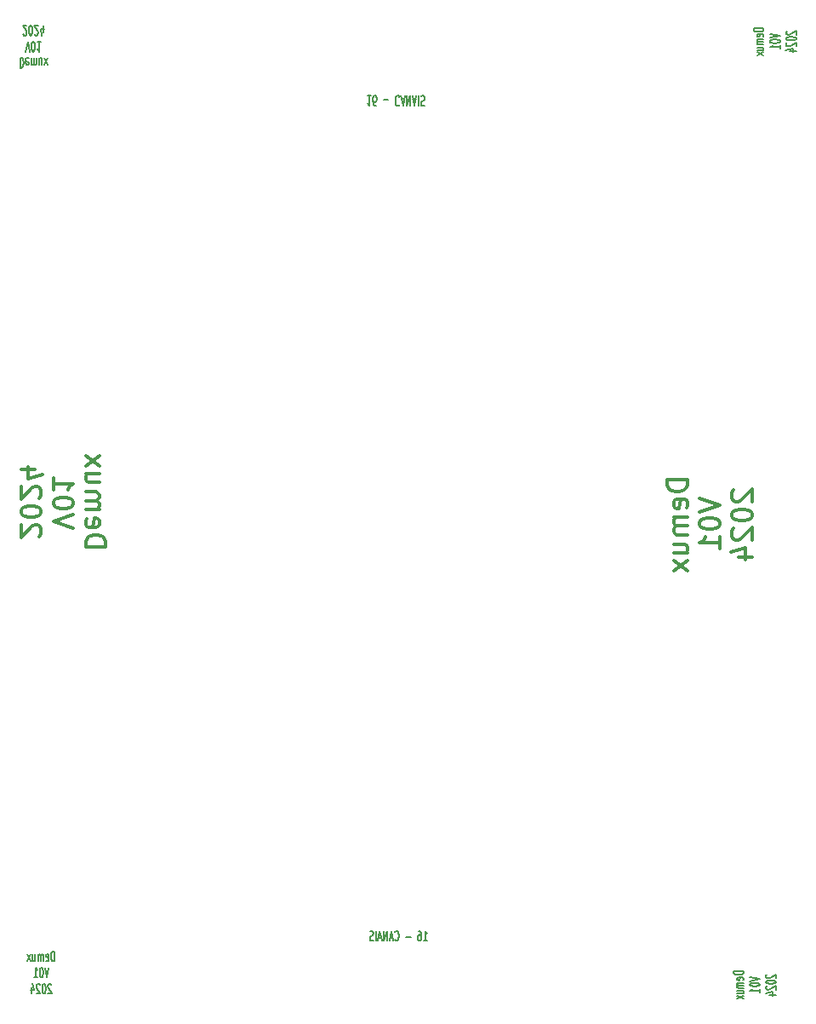
<source format=gbo>
G04 #@! TF.GenerationSoftware,KiCad,Pcbnew,7.0.10-7.0.10~ubuntu20.04.1*
G04 #@! TF.CreationDate,2024-07-24T18:34:01-03:00*
G04 #@! TF.ProjectId,Demux_V02,44656d75-785f-4563-9032-2e6b69636164,v04*
G04 #@! TF.SameCoordinates,Original*
G04 #@! TF.FileFunction,Legend,Bot*
G04 #@! TF.FilePolarity,Positive*
%FSLAX46Y46*%
G04 Gerber Fmt 4.6, Leading zero omitted, Abs format (unit mm)*
G04 Created by KiCad (PCBNEW 7.0.10-7.0.10~ubuntu20.04.1) date 2024-07-24 18:34:01*
%MOMM*%
%LPD*%
G01*
G04 APERTURE LIST*
%ADD10C,0.300000*%
%ADD11C,0.150000*%
%ADD12R,1.295400X1.295400*%
%ADD13C,1.295400*%
%ADD14R,1.700000X1.700000*%
%ADD15O,1.700000X1.700000*%
%ADD16O,2.500000X1.800000*%
%ADD17R,2.500000X1.800000*%
%ADD18R,1.727200X2.250000*%
%ADD19O,1.727200X2.250000*%
%ADD20O,1.727200X1.727200*%
G04 APERTURE END LIST*
D10*
X173799638Y-96071428D02*
X171799638Y-96071428D01*
X171799638Y-96071428D02*
X171799638Y-96547618D01*
X171799638Y-96547618D02*
X171894876Y-96833333D01*
X171894876Y-96833333D02*
X172085352Y-97023809D01*
X172085352Y-97023809D02*
X172275828Y-97119047D01*
X172275828Y-97119047D02*
X172656780Y-97214285D01*
X172656780Y-97214285D02*
X172942495Y-97214285D01*
X172942495Y-97214285D02*
X173323447Y-97119047D01*
X173323447Y-97119047D02*
X173513923Y-97023809D01*
X173513923Y-97023809D02*
X173704400Y-96833333D01*
X173704400Y-96833333D02*
X173799638Y-96547618D01*
X173799638Y-96547618D02*
X173799638Y-96071428D01*
X173704400Y-98833333D02*
X173799638Y-98642857D01*
X173799638Y-98642857D02*
X173799638Y-98261904D01*
X173799638Y-98261904D02*
X173704400Y-98071428D01*
X173704400Y-98071428D02*
X173513923Y-97976190D01*
X173513923Y-97976190D02*
X172752019Y-97976190D01*
X172752019Y-97976190D02*
X172561542Y-98071428D01*
X172561542Y-98071428D02*
X172466304Y-98261904D01*
X172466304Y-98261904D02*
X172466304Y-98642857D01*
X172466304Y-98642857D02*
X172561542Y-98833333D01*
X172561542Y-98833333D02*
X172752019Y-98928571D01*
X172752019Y-98928571D02*
X172942495Y-98928571D01*
X172942495Y-98928571D02*
X173132971Y-97976190D01*
X173799638Y-99785714D02*
X172466304Y-99785714D01*
X172656780Y-99785714D02*
X172561542Y-99880952D01*
X172561542Y-99880952D02*
X172466304Y-100071428D01*
X172466304Y-100071428D02*
X172466304Y-100357143D01*
X172466304Y-100357143D02*
X172561542Y-100547619D01*
X172561542Y-100547619D02*
X172752019Y-100642857D01*
X172752019Y-100642857D02*
X173799638Y-100642857D01*
X172752019Y-100642857D02*
X172561542Y-100738095D01*
X172561542Y-100738095D02*
X172466304Y-100928571D01*
X172466304Y-100928571D02*
X172466304Y-101214285D01*
X172466304Y-101214285D02*
X172561542Y-101404762D01*
X172561542Y-101404762D02*
X172752019Y-101500000D01*
X172752019Y-101500000D02*
X173799638Y-101500000D01*
X172466304Y-103309524D02*
X173799638Y-103309524D01*
X172466304Y-102452381D02*
X173513923Y-102452381D01*
X173513923Y-102452381D02*
X173704400Y-102547619D01*
X173704400Y-102547619D02*
X173799638Y-102738095D01*
X173799638Y-102738095D02*
X173799638Y-103023810D01*
X173799638Y-103023810D02*
X173704400Y-103214286D01*
X173704400Y-103214286D02*
X173609161Y-103309524D01*
X173799638Y-104071429D02*
X172466304Y-105119048D01*
X172466304Y-104071429D02*
X173799638Y-105119048D01*
X175019638Y-97928571D02*
X177019638Y-98595237D01*
X177019638Y-98595237D02*
X175019638Y-99261904D01*
X175019638Y-100309523D02*
X175019638Y-100500000D01*
X175019638Y-100500000D02*
X175114876Y-100690476D01*
X175114876Y-100690476D02*
X175210114Y-100785714D01*
X175210114Y-100785714D02*
X175400590Y-100880952D01*
X175400590Y-100880952D02*
X175781542Y-100976190D01*
X175781542Y-100976190D02*
X176257733Y-100976190D01*
X176257733Y-100976190D02*
X176638685Y-100880952D01*
X176638685Y-100880952D02*
X176829161Y-100785714D01*
X176829161Y-100785714D02*
X176924400Y-100690476D01*
X176924400Y-100690476D02*
X177019638Y-100500000D01*
X177019638Y-100500000D02*
X177019638Y-100309523D01*
X177019638Y-100309523D02*
X176924400Y-100119047D01*
X176924400Y-100119047D02*
X176829161Y-100023809D01*
X176829161Y-100023809D02*
X176638685Y-99928571D01*
X176638685Y-99928571D02*
X176257733Y-99833333D01*
X176257733Y-99833333D02*
X175781542Y-99833333D01*
X175781542Y-99833333D02*
X175400590Y-99928571D01*
X175400590Y-99928571D02*
X175210114Y-100023809D01*
X175210114Y-100023809D02*
X175114876Y-100119047D01*
X175114876Y-100119047D02*
X175019638Y-100309523D01*
X177019638Y-102880952D02*
X177019638Y-101738095D01*
X177019638Y-102309523D02*
X175019638Y-102309523D01*
X175019638Y-102309523D02*
X175305352Y-102119047D01*
X175305352Y-102119047D02*
X175495828Y-101928571D01*
X175495828Y-101928571D02*
X175591066Y-101738095D01*
X178430114Y-97071428D02*
X178334876Y-97166666D01*
X178334876Y-97166666D02*
X178239638Y-97357142D01*
X178239638Y-97357142D02*
X178239638Y-97833333D01*
X178239638Y-97833333D02*
X178334876Y-98023809D01*
X178334876Y-98023809D02*
X178430114Y-98119047D01*
X178430114Y-98119047D02*
X178620590Y-98214285D01*
X178620590Y-98214285D02*
X178811066Y-98214285D01*
X178811066Y-98214285D02*
X179096780Y-98119047D01*
X179096780Y-98119047D02*
X180239638Y-96976190D01*
X180239638Y-96976190D02*
X180239638Y-98214285D01*
X178239638Y-99452380D02*
X178239638Y-99642857D01*
X178239638Y-99642857D02*
X178334876Y-99833333D01*
X178334876Y-99833333D02*
X178430114Y-99928571D01*
X178430114Y-99928571D02*
X178620590Y-100023809D01*
X178620590Y-100023809D02*
X179001542Y-100119047D01*
X179001542Y-100119047D02*
X179477733Y-100119047D01*
X179477733Y-100119047D02*
X179858685Y-100023809D01*
X179858685Y-100023809D02*
X180049161Y-99928571D01*
X180049161Y-99928571D02*
X180144400Y-99833333D01*
X180144400Y-99833333D02*
X180239638Y-99642857D01*
X180239638Y-99642857D02*
X180239638Y-99452380D01*
X180239638Y-99452380D02*
X180144400Y-99261904D01*
X180144400Y-99261904D02*
X180049161Y-99166666D01*
X180049161Y-99166666D02*
X179858685Y-99071428D01*
X179858685Y-99071428D02*
X179477733Y-98976190D01*
X179477733Y-98976190D02*
X179001542Y-98976190D01*
X179001542Y-98976190D02*
X178620590Y-99071428D01*
X178620590Y-99071428D02*
X178430114Y-99166666D01*
X178430114Y-99166666D02*
X178334876Y-99261904D01*
X178334876Y-99261904D02*
X178239638Y-99452380D01*
X178430114Y-100880952D02*
X178334876Y-100976190D01*
X178334876Y-100976190D02*
X178239638Y-101166666D01*
X178239638Y-101166666D02*
X178239638Y-101642857D01*
X178239638Y-101642857D02*
X178334876Y-101833333D01*
X178334876Y-101833333D02*
X178430114Y-101928571D01*
X178430114Y-101928571D02*
X178620590Y-102023809D01*
X178620590Y-102023809D02*
X178811066Y-102023809D01*
X178811066Y-102023809D02*
X179096780Y-101928571D01*
X179096780Y-101928571D02*
X180239638Y-100785714D01*
X180239638Y-100785714D02*
X180239638Y-102023809D01*
X178906304Y-103738095D02*
X180239638Y-103738095D01*
X178144400Y-103261904D02*
X179572971Y-102785714D01*
X179572971Y-102785714D02*
X179572971Y-104023809D01*
D11*
X181399819Y-51171429D02*
X180399819Y-51171429D01*
X180399819Y-51171429D02*
X180399819Y-51314286D01*
X180399819Y-51314286D02*
X180447438Y-51400000D01*
X180447438Y-51400000D02*
X180542676Y-51457143D01*
X180542676Y-51457143D02*
X180637914Y-51485714D01*
X180637914Y-51485714D02*
X180828390Y-51514286D01*
X180828390Y-51514286D02*
X180971247Y-51514286D01*
X180971247Y-51514286D02*
X181161723Y-51485714D01*
X181161723Y-51485714D02*
X181256961Y-51457143D01*
X181256961Y-51457143D02*
X181352200Y-51400000D01*
X181352200Y-51400000D02*
X181399819Y-51314286D01*
X181399819Y-51314286D02*
X181399819Y-51171429D01*
X181352200Y-52000000D02*
X181399819Y-51942857D01*
X181399819Y-51942857D02*
X181399819Y-51828572D01*
X181399819Y-51828572D02*
X181352200Y-51771429D01*
X181352200Y-51771429D02*
X181256961Y-51742857D01*
X181256961Y-51742857D02*
X180876009Y-51742857D01*
X180876009Y-51742857D02*
X180780771Y-51771429D01*
X180780771Y-51771429D02*
X180733152Y-51828572D01*
X180733152Y-51828572D02*
X180733152Y-51942857D01*
X180733152Y-51942857D02*
X180780771Y-52000000D01*
X180780771Y-52000000D02*
X180876009Y-52028572D01*
X180876009Y-52028572D02*
X180971247Y-52028572D01*
X180971247Y-52028572D02*
X181066485Y-51742857D01*
X181399819Y-52285715D02*
X180733152Y-52285715D01*
X180828390Y-52285715D02*
X180780771Y-52314286D01*
X180780771Y-52314286D02*
X180733152Y-52371429D01*
X180733152Y-52371429D02*
X180733152Y-52457143D01*
X180733152Y-52457143D02*
X180780771Y-52514286D01*
X180780771Y-52514286D02*
X180876009Y-52542858D01*
X180876009Y-52542858D02*
X181399819Y-52542858D01*
X180876009Y-52542858D02*
X180780771Y-52571429D01*
X180780771Y-52571429D02*
X180733152Y-52628572D01*
X180733152Y-52628572D02*
X180733152Y-52714286D01*
X180733152Y-52714286D02*
X180780771Y-52771429D01*
X180780771Y-52771429D02*
X180876009Y-52800000D01*
X180876009Y-52800000D02*
X181399819Y-52800000D01*
X180733152Y-53342858D02*
X181399819Y-53342858D01*
X180733152Y-53085715D02*
X181256961Y-53085715D01*
X181256961Y-53085715D02*
X181352200Y-53114286D01*
X181352200Y-53114286D02*
X181399819Y-53171429D01*
X181399819Y-53171429D02*
X181399819Y-53257143D01*
X181399819Y-53257143D02*
X181352200Y-53314286D01*
X181352200Y-53314286D02*
X181304580Y-53342858D01*
X181399819Y-53571429D02*
X180733152Y-53885715D01*
X180733152Y-53571429D02*
X181399819Y-53885715D01*
X182009819Y-51728570D02*
X183009819Y-51928570D01*
X183009819Y-51928570D02*
X182009819Y-52128570D01*
X182009819Y-52442856D02*
X182009819Y-52499999D01*
X182009819Y-52499999D02*
X182057438Y-52557142D01*
X182057438Y-52557142D02*
X182105057Y-52585714D01*
X182105057Y-52585714D02*
X182200295Y-52614285D01*
X182200295Y-52614285D02*
X182390771Y-52642856D01*
X182390771Y-52642856D02*
X182628866Y-52642856D01*
X182628866Y-52642856D02*
X182819342Y-52614285D01*
X182819342Y-52614285D02*
X182914580Y-52585714D01*
X182914580Y-52585714D02*
X182962200Y-52557142D01*
X182962200Y-52557142D02*
X183009819Y-52499999D01*
X183009819Y-52499999D02*
X183009819Y-52442856D01*
X183009819Y-52442856D02*
X182962200Y-52385714D01*
X182962200Y-52385714D02*
X182914580Y-52357142D01*
X182914580Y-52357142D02*
X182819342Y-52328571D01*
X182819342Y-52328571D02*
X182628866Y-52299999D01*
X182628866Y-52299999D02*
X182390771Y-52299999D01*
X182390771Y-52299999D02*
X182200295Y-52328571D01*
X182200295Y-52328571D02*
X182105057Y-52357142D01*
X182105057Y-52357142D02*
X182057438Y-52385714D01*
X182057438Y-52385714D02*
X182009819Y-52442856D01*
X183009819Y-53214285D02*
X183009819Y-52871428D01*
X183009819Y-53042857D02*
X182009819Y-53042857D01*
X182009819Y-53042857D02*
X182152676Y-52985714D01*
X182152676Y-52985714D02*
X182247914Y-52928571D01*
X182247914Y-52928571D02*
X182295533Y-52871428D01*
X183715057Y-51471427D02*
X183667438Y-51499999D01*
X183667438Y-51499999D02*
X183619819Y-51557142D01*
X183619819Y-51557142D02*
X183619819Y-51699999D01*
X183619819Y-51699999D02*
X183667438Y-51757142D01*
X183667438Y-51757142D02*
X183715057Y-51785713D01*
X183715057Y-51785713D02*
X183810295Y-51814284D01*
X183810295Y-51814284D02*
X183905533Y-51814284D01*
X183905533Y-51814284D02*
X184048390Y-51785713D01*
X184048390Y-51785713D02*
X184619819Y-51442856D01*
X184619819Y-51442856D02*
X184619819Y-51814284D01*
X183619819Y-52185713D02*
X183619819Y-52242856D01*
X183619819Y-52242856D02*
X183667438Y-52299999D01*
X183667438Y-52299999D02*
X183715057Y-52328571D01*
X183715057Y-52328571D02*
X183810295Y-52357142D01*
X183810295Y-52357142D02*
X184000771Y-52385713D01*
X184000771Y-52385713D02*
X184238866Y-52385713D01*
X184238866Y-52385713D02*
X184429342Y-52357142D01*
X184429342Y-52357142D02*
X184524580Y-52328571D01*
X184524580Y-52328571D02*
X184572200Y-52299999D01*
X184572200Y-52299999D02*
X184619819Y-52242856D01*
X184619819Y-52242856D02*
X184619819Y-52185713D01*
X184619819Y-52185713D02*
X184572200Y-52128571D01*
X184572200Y-52128571D02*
X184524580Y-52099999D01*
X184524580Y-52099999D02*
X184429342Y-52071428D01*
X184429342Y-52071428D02*
X184238866Y-52042856D01*
X184238866Y-52042856D02*
X184000771Y-52042856D01*
X184000771Y-52042856D02*
X183810295Y-52071428D01*
X183810295Y-52071428D02*
X183715057Y-52099999D01*
X183715057Y-52099999D02*
X183667438Y-52128571D01*
X183667438Y-52128571D02*
X183619819Y-52185713D01*
X183715057Y-52614285D02*
X183667438Y-52642857D01*
X183667438Y-52642857D02*
X183619819Y-52700000D01*
X183619819Y-52700000D02*
X183619819Y-52842857D01*
X183619819Y-52842857D02*
X183667438Y-52900000D01*
X183667438Y-52900000D02*
X183715057Y-52928571D01*
X183715057Y-52928571D02*
X183810295Y-52957142D01*
X183810295Y-52957142D02*
X183905533Y-52957142D01*
X183905533Y-52957142D02*
X184048390Y-52928571D01*
X184048390Y-52928571D02*
X184619819Y-52585714D01*
X184619819Y-52585714D02*
X184619819Y-52957142D01*
X183953152Y-53471429D02*
X184619819Y-53471429D01*
X183572200Y-53328571D02*
X184286485Y-53185714D01*
X184286485Y-53185714D02*
X184286485Y-53557143D01*
X147555828Y-141869819D02*
X147898685Y-141869819D01*
X147727256Y-141869819D02*
X147727256Y-140869819D01*
X147727256Y-140869819D02*
X147784399Y-141012676D01*
X147784399Y-141012676D02*
X147841542Y-141107914D01*
X147841542Y-141107914D02*
X147898685Y-141155533D01*
X147041542Y-140869819D02*
X147155827Y-140869819D01*
X147155827Y-140869819D02*
X147212970Y-140917438D01*
X147212970Y-140917438D02*
X147241542Y-140965057D01*
X147241542Y-140965057D02*
X147298684Y-141107914D01*
X147298684Y-141107914D02*
X147327256Y-141298390D01*
X147327256Y-141298390D02*
X147327256Y-141679342D01*
X147327256Y-141679342D02*
X147298684Y-141774580D01*
X147298684Y-141774580D02*
X147270113Y-141822200D01*
X147270113Y-141822200D02*
X147212970Y-141869819D01*
X147212970Y-141869819D02*
X147098684Y-141869819D01*
X147098684Y-141869819D02*
X147041542Y-141822200D01*
X147041542Y-141822200D02*
X147012970Y-141774580D01*
X147012970Y-141774580D02*
X146984399Y-141679342D01*
X146984399Y-141679342D02*
X146984399Y-141441247D01*
X146984399Y-141441247D02*
X147012970Y-141346009D01*
X147012970Y-141346009D02*
X147041542Y-141298390D01*
X147041542Y-141298390D02*
X147098684Y-141250771D01*
X147098684Y-141250771D02*
X147212970Y-141250771D01*
X147212970Y-141250771D02*
X147270113Y-141298390D01*
X147270113Y-141298390D02*
X147298684Y-141346009D01*
X147298684Y-141346009D02*
X147327256Y-141441247D01*
X146270112Y-141488866D02*
X145812970Y-141488866D01*
X144727255Y-141774580D02*
X144755827Y-141822200D01*
X144755827Y-141822200D02*
X144841541Y-141869819D01*
X144841541Y-141869819D02*
X144898684Y-141869819D01*
X144898684Y-141869819D02*
X144984398Y-141822200D01*
X144984398Y-141822200D02*
X145041541Y-141726961D01*
X145041541Y-141726961D02*
X145070112Y-141631723D01*
X145070112Y-141631723D02*
X145098684Y-141441247D01*
X145098684Y-141441247D02*
X145098684Y-141298390D01*
X145098684Y-141298390D02*
X145070112Y-141107914D01*
X145070112Y-141107914D02*
X145041541Y-141012676D01*
X145041541Y-141012676D02*
X144984398Y-140917438D01*
X144984398Y-140917438D02*
X144898684Y-140869819D01*
X144898684Y-140869819D02*
X144841541Y-140869819D01*
X144841541Y-140869819D02*
X144755827Y-140917438D01*
X144755827Y-140917438D02*
X144727255Y-140965057D01*
X144498684Y-141584104D02*
X144212970Y-141584104D01*
X144555827Y-141869819D02*
X144355827Y-140869819D01*
X144355827Y-140869819D02*
X144155827Y-141869819D01*
X143955826Y-141869819D02*
X143955826Y-140869819D01*
X143955826Y-140869819D02*
X143612969Y-141869819D01*
X143612969Y-141869819D02*
X143612969Y-140869819D01*
X143355827Y-141584104D02*
X143070113Y-141584104D01*
X143412970Y-141869819D02*
X143212970Y-140869819D01*
X143212970Y-140869819D02*
X143012970Y-141869819D01*
X142812969Y-141869819D02*
X142812969Y-140869819D01*
X142555827Y-141822200D02*
X142470113Y-141869819D01*
X142470113Y-141869819D02*
X142327255Y-141869819D01*
X142327255Y-141869819D02*
X142270113Y-141822200D01*
X142270113Y-141822200D02*
X142241541Y-141774580D01*
X142241541Y-141774580D02*
X142212970Y-141679342D01*
X142212970Y-141679342D02*
X142212970Y-141584104D01*
X142212970Y-141584104D02*
X142241541Y-141488866D01*
X142241541Y-141488866D02*
X142270113Y-141441247D01*
X142270113Y-141441247D02*
X142327255Y-141393628D01*
X142327255Y-141393628D02*
X142441541Y-141346009D01*
X142441541Y-141346009D02*
X142498684Y-141298390D01*
X142498684Y-141298390D02*
X142527255Y-141250771D01*
X142527255Y-141250771D02*
X142555827Y-141155533D01*
X142555827Y-141155533D02*
X142555827Y-141060295D01*
X142555827Y-141060295D02*
X142527255Y-140965057D01*
X142527255Y-140965057D02*
X142498684Y-140917438D01*
X142498684Y-140917438D02*
X142441541Y-140869819D01*
X142441541Y-140869819D02*
X142298684Y-140869819D01*
X142298684Y-140869819D02*
X142212970Y-140917438D01*
X142305826Y-57880180D02*
X141962969Y-57880180D01*
X142134398Y-57880180D02*
X142134398Y-58880180D01*
X142134398Y-58880180D02*
X142077255Y-58737323D01*
X142077255Y-58737323D02*
X142020112Y-58642085D01*
X142020112Y-58642085D02*
X141962969Y-58594466D01*
X142820113Y-58880180D02*
X142705827Y-58880180D01*
X142705827Y-58880180D02*
X142648684Y-58832561D01*
X142648684Y-58832561D02*
X142620113Y-58784942D01*
X142620113Y-58784942D02*
X142562970Y-58642085D01*
X142562970Y-58642085D02*
X142534398Y-58451609D01*
X142534398Y-58451609D02*
X142534398Y-58070657D01*
X142534398Y-58070657D02*
X142562970Y-57975419D01*
X142562970Y-57975419D02*
X142591541Y-57927800D01*
X142591541Y-57927800D02*
X142648684Y-57880180D01*
X142648684Y-57880180D02*
X142762970Y-57880180D01*
X142762970Y-57880180D02*
X142820113Y-57927800D01*
X142820113Y-57927800D02*
X142848684Y-57975419D01*
X142848684Y-57975419D02*
X142877255Y-58070657D01*
X142877255Y-58070657D02*
X142877255Y-58308752D01*
X142877255Y-58308752D02*
X142848684Y-58403990D01*
X142848684Y-58403990D02*
X142820113Y-58451609D01*
X142820113Y-58451609D02*
X142762970Y-58499228D01*
X142762970Y-58499228D02*
X142648684Y-58499228D01*
X142648684Y-58499228D02*
X142591541Y-58451609D01*
X142591541Y-58451609D02*
X142562970Y-58403990D01*
X142562970Y-58403990D02*
X142534398Y-58308752D01*
X143591542Y-58261133D02*
X144048685Y-58261133D01*
X145134399Y-57975419D02*
X145105827Y-57927800D01*
X145105827Y-57927800D02*
X145020113Y-57880180D01*
X145020113Y-57880180D02*
X144962970Y-57880180D01*
X144962970Y-57880180D02*
X144877256Y-57927800D01*
X144877256Y-57927800D02*
X144820113Y-58023038D01*
X144820113Y-58023038D02*
X144791542Y-58118276D01*
X144791542Y-58118276D02*
X144762970Y-58308752D01*
X144762970Y-58308752D02*
X144762970Y-58451609D01*
X144762970Y-58451609D02*
X144791542Y-58642085D01*
X144791542Y-58642085D02*
X144820113Y-58737323D01*
X144820113Y-58737323D02*
X144877256Y-58832561D01*
X144877256Y-58832561D02*
X144962970Y-58880180D01*
X144962970Y-58880180D02*
X145020113Y-58880180D01*
X145020113Y-58880180D02*
X145105827Y-58832561D01*
X145105827Y-58832561D02*
X145134399Y-58784942D01*
X145362970Y-58165895D02*
X145648685Y-58165895D01*
X145305827Y-57880180D02*
X145505827Y-58880180D01*
X145505827Y-58880180D02*
X145705827Y-57880180D01*
X145905828Y-57880180D02*
X145905828Y-58880180D01*
X145905828Y-58880180D02*
X146248685Y-57880180D01*
X146248685Y-57880180D02*
X146248685Y-58880180D01*
X146505827Y-58165895D02*
X146791542Y-58165895D01*
X146448684Y-57880180D02*
X146648684Y-58880180D01*
X146648684Y-58880180D02*
X146848684Y-57880180D01*
X147048685Y-57880180D02*
X147048685Y-58880180D01*
X147305827Y-57927800D02*
X147391542Y-57880180D01*
X147391542Y-57880180D02*
X147534399Y-57880180D01*
X147534399Y-57880180D02*
X147591542Y-57927800D01*
X147591542Y-57927800D02*
X147620113Y-57975419D01*
X147620113Y-57975419D02*
X147648684Y-58070657D01*
X147648684Y-58070657D02*
X147648684Y-58165895D01*
X147648684Y-58165895D02*
X147620113Y-58261133D01*
X147620113Y-58261133D02*
X147591542Y-58308752D01*
X147591542Y-58308752D02*
X147534399Y-58356371D01*
X147534399Y-58356371D02*
X147420113Y-58403990D01*
X147420113Y-58403990D02*
X147362970Y-58451609D01*
X147362970Y-58451609D02*
X147334399Y-58499228D01*
X147334399Y-58499228D02*
X147305827Y-58594466D01*
X147305827Y-58594466D02*
X147305827Y-58689704D01*
X147305827Y-58689704D02*
X147334399Y-58784942D01*
X147334399Y-58784942D02*
X147362970Y-58832561D01*
X147362970Y-58832561D02*
X147420113Y-58880180D01*
X147420113Y-58880180D02*
X147562970Y-58880180D01*
X147562970Y-58880180D02*
X147648684Y-58832561D01*
X179399819Y-144921429D02*
X178399819Y-144921429D01*
X178399819Y-144921429D02*
X178399819Y-145064286D01*
X178399819Y-145064286D02*
X178447438Y-145150000D01*
X178447438Y-145150000D02*
X178542676Y-145207143D01*
X178542676Y-145207143D02*
X178637914Y-145235714D01*
X178637914Y-145235714D02*
X178828390Y-145264286D01*
X178828390Y-145264286D02*
X178971247Y-145264286D01*
X178971247Y-145264286D02*
X179161723Y-145235714D01*
X179161723Y-145235714D02*
X179256961Y-145207143D01*
X179256961Y-145207143D02*
X179352200Y-145150000D01*
X179352200Y-145150000D02*
X179399819Y-145064286D01*
X179399819Y-145064286D02*
X179399819Y-144921429D01*
X179352200Y-145750000D02*
X179399819Y-145692857D01*
X179399819Y-145692857D02*
X179399819Y-145578572D01*
X179399819Y-145578572D02*
X179352200Y-145521429D01*
X179352200Y-145521429D02*
X179256961Y-145492857D01*
X179256961Y-145492857D02*
X178876009Y-145492857D01*
X178876009Y-145492857D02*
X178780771Y-145521429D01*
X178780771Y-145521429D02*
X178733152Y-145578572D01*
X178733152Y-145578572D02*
X178733152Y-145692857D01*
X178733152Y-145692857D02*
X178780771Y-145750000D01*
X178780771Y-145750000D02*
X178876009Y-145778572D01*
X178876009Y-145778572D02*
X178971247Y-145778572D01*
X178971247Y-145778572D02*
X179066485Y-145492857D01*
X179399819Y-146035715D02*
X178733152Y-146035715D01*
X178828390Y-146035715D02*
X178780771Y-146064286D01*
X178780771Y-146064286D02*
X178733152Y-146121429D01*
X178733152Y-146121429D02*
X178733152Y-146207143D01*
X178733152Y-146207143D02*
X178780771Y-146264286D01*
X178780771Y-146264286D02*
X178876009Y-146292858D01*
X178876009Y-146292858D02*
X179399819Y-146292858D01*
X178876009Y-146292858D02*
X178780771Y-146321429D01*
X178780771Y-146321429D02*
X178733152Y-146378572D01*
X178733152Y-146378572D02*
X178733152Y-146464286D01*
X178733152Y-146464286D02*
X178780771Y-146521429D01*
X178780771Y-146521429D02*
X178876009Y-146550000D01*
X178876009Y-146550000D02*
X179399819Y-146550000D01*
X178733152Y-147092858D02*
X179399819Y-147092858D01*
X178733152Y-146835715D02*
X179256961Y-146835715D01*
X179256961Y-146835715D02*
X179352200Y-146864286D01*
X179352200Y-146864286D02*
X179399819Y-146921429D01*
X179399819Y-146921429D02*
X179399819Y-147007143D01*
X179399819Y-147007143D02*
X179352200Y-147064286D01*
X179352200Y-147064286D02*
X179304580Y-147092858D01*
X179399819Y-147321429D02*
X178733152Y-147635715D01*
X178733152Y-147321429D02*
X179399819Y-147635715D01*
X180009819Y-145478570D02*
X181009819Y-145678570D01*
X181009819Y-145678570D02*
X180009819Y-145878570D01*
X180009819Y-146192856D02*
X180009819Y-146249999D01*
X180009819Y-146249999D02*
X180057438Y-146307142D01*
X180057438Y-146307142D02*
X180105057Y-146335714D01*
X180105057Y-146335714D02*
X180200295Y-146364285D01*
X180200295Y-146364285D02*
X180390771Y-146392856D01*
X180390771Y-146392856D02*
X180628866Y-146392856D01*
X180628866Y-146392856D02*
X180819342Y-146364285D01*
X180819342Y-146364285D02*
X180914580Y-146335714D01*
X180914580Y-146335714D02*
X180962200Y-146307142D01*
X180962200Y-146307142D02*
X181009819Y-146249999D01*
X181009819Y-146249999D02*
X181009819Y-146192856D01*
X181009819Y-146192856D02*
X180962200Y-146135714D01*
X180962200Y-146135714D02*
X180914580Y-146107142D01*
X180914580Y-146107142D02*
X180819342Y-146078571D01*
X180819342Y-146078571D02*
X180628866Y-146049999D01*
X180628866Y-146049999D02*
X180390771Y-146049999D01*
X180390771Y-146049999D02*
X180200295Y-146078571D01*
X180200295Y-146078571D02*
X180105057Y-146107142D01*
X180105057Y-146107142D02*
X180057438Y-146135714D01*
X180057438Y-146135714D02*
X180009819Y-146192856D01*
X181009819Y-146964285D02*
X181009819Y-146621428D01*
X181009819Y-146792857D02*
X180009819Y-146792857D01*
X180009819Y-146792857D02*
X180152676Y-146735714D01*
X180152676Y-146735714D02*
X180247914Y-146678571D01*
X180247914Y-146678571D02*
X180295533Y-146621428D01*
X181715057Y-145221427D02*
X181667438Y-145249999D01*
X181667438Y-145249999D02*
X181619819Y-145307142D01*
X181619819Y-145307142D02*
X181619819Y-145449999D01*
X181619819Y-145449999D02*
X181667438Y-145507142D01*
X181667438Y-145507142D02*
X181715057Y-145535713D01*
X181715057Y-145535713D02*
X181810295Y-145564284D01*
X181810295Y-145564284D02*
X181905533Y-145564284D01*
X181905533Y-145564284D02*
X182048390Y-145535713D01*
X182048390Y-145535713D02*
X182619819Y-145192856D01*
X182619819Y-145192856D02*
X182619819Y-145564284D01*
X181619819Y-145935713D02*
X181619819Y-145992856D01*
X181619819Y-145992856D02*
X181667438Y-146049999D01*
X181667438Y-146049999D02*
X181715057Y-146078571D01*
X181715057Y-146078571D02*
X181810295Y-146107142D01*
X181810295Y-146107142D02*
X182000771Y-146135713D01*
X182000771Y-146135713D02*
X182238866Y-146135713D01*
X182238866Y-146135713D02*
X182429342Y-146107142D01*
X182429342Y-146107142D02*
X182524580Y-146078571D01*
X182524580Y-146078571D02*
X182572200Y-146049999D01*
X182572200Y-146049999D02*
X182619819Y-145992856D01*
X182619819Y-145992856D02*
X182619819Y-145935713D01*
X182619819Y-145935713D02*
X182572200Y-145878571D01*
X182572200Y-145878571D02*
X182524580Y-145849999D01*
X182524580Y-145849999D02*
X182429342Y-145821428D01*
X182429342Y-145821428D02*
X182238866Y-145792856D01*
X182238866Y-145792856D02*
X182000771Y-145792856D01*
X182000771Y-145792856D02*
X181810295Y-145821428D01*
X181810295Y-145821428D02*
X181715057Y-145849999D01*
X181715057Y-145849999D02*
X181667438Y-145878571D01*
X181667438Y-145878571D02*
X181619819Y-145935713D01*
X181715057Y-146364285D02*
X181667438Y-146392857D01*
X181667438Y-146392857D02*
X181619819Y-146450000D01*
X181619819Y-146450000D02*
X181619819Y-146592857D01*
X181619819Y-146592857D02*
X181667438Y-146650000D01*
X181667438Y-146650000D02*
X181715057Y-146678571D01*
X181715057Y-146678571D02*
X181810295Y-146707142D01*
X181810295Y-146707142D02*
X181905533Y-146707142D01*
X181905533Y-146707142D02*
X182048390Y-146678571D01*
X182048390Y-146678571D02*
X182619819Y-146335714D01*
X182619819Y-146335714D02*
X182619819Y-146707142D01*
X181953152Y-147221429D02*
X182619819Y-147221429D01*
X181572200Y-147078571D02*
X182286485Y-146935714D01*
X182286485Y-146935714D02*
X182286485Y-147307143D01*
X107421429Y-54100180D02*
X107421429Y-55100180D01*
X107421429Y-55100180D02*
X107564286Y-55100180D01*
X107564286Y-55100180D02*
X107650000Y-55052561D01*
X107650000Y-55052561D02*
X107707143Y-54957323D01*
X107707143Y-54957323D02*
X107735714Y-54862085D01*
X107735714Y-54862085D02*
X107764286Y-54671609D01*
X107764286Y-54671609D02*
X107764286Y-54528752D01*
X107764286Y-54528752D02*
X107735714Y-54338276D01*
X107735714Y-54338276D02*
X107707143Y-54243038D01*
X107707143Y-54243038D02*
X107650000Y-54147800D01*
X107650000Y-54147800D02*
X107564286Y-54100180D01*
X107564286Y-54100180D02*
X107421429Y-54100180D01*
X108250000Y-54147800D02*
X108192857Y-54100180D01*
X108192857Y-54100180D02*
X108078572Y-54100180D01*
X108078572Y-54100180D02*
X108021429Y-54147800D01*
X108021429Y-54147800D02*
X107992857Y-54243038D01*
X107992857Y-54243038D02*
X107992857Y-54623990D01*
X107992857Y-54623990D02*
X108021429Y-54719228D01*
X108021429Y-54719228D02*
X108078572Y-54766847D01*
X108078572Y-54766847D02*
X108192857Y-54766847D01*
X108192857Y-54766847D02*
X108250000Y-54719228D01*
X108250000Y-54719228D02*
X108278572Y-54623990D01*
X108278572Y-54623990D02*
X108278572Y-54528752D01*
X108278572Y-54528752D02*
X107992857Y-54433514D01*
X108535715Y-54100180D02*
X108535715Y-54766847D01*
X108535715Y-54671609D02*
X108564286Y-54719228D01*
X108564286Y-54719228D02*
X108621429Y-54766847D01*
X108621429Y-54766847D02*
X108707143Y-54766847D01*
X108707143Y-54766847D02*
X108764286Y-54719228D01*
X108764286Y-54719228D02*
X108792858Y-54623990D01*
X108792858Y-54623990D02*
X108792858Y-54100180D01*
X108792858Y-54623990D02*
X108821429Y-54719228D01*
X108821429Y-54719228D02*
X108878572Y-54766847D01*
X108878572Y-54766847D02*
X108964286Y-54766847D01*
X108964286Y-54766847D02*
X109021429Y-54719228D01*
X109021429Y-54719228D02*
X109050000Y-54623990D01*
X109050000Y-54623990D02*
X109050000Y-54100180D01*
X109592858Y-54766847D02*
X109592858Y-54100180D01*
X109335715Y-54766847D02*
X109335715Y-54243038D01*
X109335715Y-54243038D02*
X109364286Y-54147800D01*
X109364286Y-54147800D02*
X109421429Y-54100180D01*
X109421429Y-54100180D02*
X109507143Y-54100180D01*
X109507143Y-54100180D02*
X109564286Y-54147800D01*
X109564286Y-54147800D02*
X109592858Y-54195419D01*
X109821429Y-54100180D02*
X110135715Y-54766847D01*
X109821429Y-54766847D02*
X110135715Y-54100180D01*
X107978570Y-53490180D02*
X108178570Y-52490180D01*
X108178570Y-52490180D02*
X108378570Y-53490180D01*
X108692856Y-53490180D02*
X108749999Y-53490180D01*
X108749999Y-53490180D02*
X108807142Y-53442561D01*
X108807142Y-53442561D02*
X108835714Y-53394942D01*
X108835714Y-53394942D02*
X108864285Y-53299704D01*
X108864285Y-53299704D02*
X108892856Y-53109228D01*
X108892856Y-53109228D02*
X108892856Y-52871133D01*
X108892856Y-52871133D02*
X108864285Y-52680657D01*
X108864285Y-52680657D02*
X108835714Y-52585419D01*
X108835714Y-52585419D02*
X108807142Y-52537800D01*
X108807142Y-52537800D02*
X108749999Y-52490180D01*
X108749999Y-52490180D02*
X108692856Y-52490180D01*
X108692856Y-52490180D02*
X108635714Y-52537800D01*
X108635714Y-52537800D02*
X108607142Y-52585419D01*
X108607142Y-52585419D02*
X108578571Y-52680657D01*
X108578571Y-52680657D02*
X108549999Y-52871133D01*
X108549999Y-52871133D02*
X108549999Y-53109228D01*
X108549999Y-53109228D02*
X108578571Y-53299704D01*
X108578571Y-53299704D02*
X108607142Y-53394942D01*
X108607142Y-53394942D02*
X108635714Y-53442561D01*
X108635714Y-53442561D02*
X108692856Y-53490180D01*
X109464285Y-52490180D02*
X109121428Y-52490180D01*
X109292857Y-52490180D02*
X109292857Y-53490180D01*
X109292857Y-53490180D02*
X109235714Y-53347323D01*
X109235714Y-53347323D02*
X109178571Y-53252085D01*
X109178571Y-53252085D02*
X109121428Y-53204466D01*
X107721427Y-51784942D02*
X107749999Y-51832561D01*
X107749999Y-51832561D02*
X107807142Y-51880180D01*
X107807142Y-51880180D02*
X107949999Y-51880180D01*
X107949999Y-51880180D02*
X108007142Y-51832561D01*
X108007142Y-51832561D02*
X108035713Y-51784942D01*
X108035713Y-51784942D02*
X108064284Y-51689704D01*
X108064284Y-51689704D02*
X108064284Y-51594466D01*
X108064284Y-51594466D02*
X108035713Y-51451609D01*
X108035713Y-51451609D02*
X107692856Y-50880180D01*
X107692856Y-50880180D02*
X108064284Y-50880180D01*
X108435713Y-51880180D02*
X108492856Y-51880180D01*
X108492856Y-51880180D02*
X108549999Y-51832561D01*
X108549999Y-51832561D02*
X108578571Y-51784942D01*
X108578571Y-51784942D02*
X108607142Y-51689704D01*
X108607142Y-51689704D02*
X108635713Y-51499228D01*
X108635713Y-51499228D02*
X108635713Y-51261133D01*
X108635713Y-51261133D02*
X108607142Y-51070657D01*
X108607142Y-51070657D02*
X108578571Y-50975419D01*
X108578571Y-50975419D02*
X108549999Y-50927800D01*
X108549999Y-50927800D02*
X108492856Y-50880180D01*
X108492856Y-50880180D02*
X108435713Y-50880180D01*
X108435713Y-50880180D02*
X108378571Y-50927800D01*
X108378571Y-50927800D02*
X108349999Y-50975419D01*
X108349999Y-50975419D02*
X108321428Y-51070657D01*
X108321428Y-51070657D02*
X108292856Y-51261133D01*
X108292856Y-51261133D02*
X108292856Y-51499228D01*
X108292856Y-51499228D02*
X108321428Y-51689704D01*
X108321428Y-51689704D02*
X108349999Y-51784942D01*
X108349999Y-51784942D02*
X108378571Y-51832561D01*
X108378571Y-51832561D02*
X108435713Y-51880180D01*
X108864285Y-51784942D02*
X108892857Y-51832561D01*
X108892857Y-51832561D02*
X108950000Y-51880180D01*
X108950000Y-51880180D02*
X109092857Y-51880180D01*
X109092857Y-51880180D02*
X109150000Y-51832561D01*
X109150000Y-51832561D02*
X109178571Y-51784942D01*
X109178571Y-51784942D02*
X109207142Y-51689704D01*
X109207142Y-51689704D02*
X109207142Y-51594466D01*
X109207142Y-51594466D02*
X109178571Y-51451609D01*
X109178571Y-51451609D02*
X108835714Y-50880180D01*
X108835714Y-50880180D02*
X109207142Y-50880180D01*
X109721429Y-51546847D02*
X109721429Y-50880180D01*
X109578571Y-51927800D02*
X109435714Y-51213514D01*
X109435714Y-51213514D02*
X109807143Y-51213514D01*
D10*
X113950361Y-102678571D02*
X115950361Y-102678571D01*
X115950361Y-102678571D02*
X115950361Y-102202381D01*
X115950361Y-102202381D02*
X115855123Y-101916666D01*
X115855123Y-101916666D02*
X115664647Y-101726190D01*
X115664647Y-101726190D02*
X115474171Y-101630952D01*
X115474171Y-101630952D02*
X115093219Y-101535714D01*
X115093219Y-101535714D02*
X114807504Y-101535714D01*
X114807504Y-101535714D02*
X114426552Y-101630952D01*
X114426552Y-101630952D02*
X114236076Y-101726190D01*
X114236076Y-101726190D02*
X114045600Y-101916666D01*
X114045600Y-101916666D02*
X113950361Y-102202381D01*
X113950361Y-102202381D02*
X113950361Y-102678571D01*
X114045600Y-99916666D02*
X113950361Y-100107142D01*
X113950361Y-100107142D02*
X113950361Y-100488095D01*
X113950361Y-100488095D02*
X114045600Y-100678571D01*
X114045600Y-100678571D02*
X114236076Y-100773809D01*
X114236076Y-100773809D02*
X114997980Y-100773809D01*
X114997980Y-100773809D02*
X115188457Y-100678571D01*
X115188457Y-100678571D02*
X115283695Y-100488095D01*
X115283695Y-100488095D02*
X115283695Y-100107142D01*
X115283695Y-100107142D02*
X115188457Y-99916666D01*
X115188457Y-99916666D02*
X114997980Y-99821428D01*
X114997980Y-99821428D02*
X114807504Y-99821428D01*
X114807504Y-99821428D02*
X114617028Y-100773809D01*
X113950361Y-98964285D02*
X115283695Y-98964285D01*
X115093219Y-98964285D02*
X115188457Y-98869047D01*
X115188457Y-98869047D02*
X115283695Y-98678571D01*
X115283695Y-98678571D02*
X115283695Y-98392856D01*
X115283695Y-98392856D02*
X115188457Y-98202380D01*
X115188457Y-98202380D02*
X114997980Y-98107142D01*
X114997980Y-98107142D02*
X113950361Y-98107142D01*
X114997980Y-98107142D02*
X115188457Y-98011904D01*
X115188457Y-98011904D02*
X115283695Y-97821428D01*
X115283695Y-97821428D02*
X115283695Y-97535714D01*
X115283695Y-97535714D02*
X115188457Y-97345237D01*
X115188457Y-97345237D02*
X114997980Y-97249999D01*
X114997980Y-97249999D02*
X113950361Y-97249999D01*
X115283695Y-95440475D02*
X113950361Y-95440475D01*
X115283695Y-96297618D02*
X114236076Y-96297618D01*
X114236076Y-96297618D02*
X114045600Y-96202380D01*
X114045600Y-96202380D02*
X113950361Y-96011904D01*
X113950361Y-96011904D02*
X113950361Y-95726189D01*
X113950361Y-95726189D02*
X114045600Y-95535713D01*
X114045600Y-95535713D02*
X114140838Y-95440475D01*
X113950361Y-94678570D02*
X115283695Y-93630951D01*
X115283695Y-94678570D02*
X113950361Y-93630951D01*
X112730361Y-100821428D02*
X110730361Y-100154762D01*
X110730361Y-100154762D02*
X112730361Y-99488095D01*
X112730361Y-98440476D02*
X112730361Y-98249999D01*
X112730361Y-98249999D02*
X112635123Y-98059523D01*
X112635123Y-98059523D02*
X112539885Y-97964285D01*
X112539885Y-97964285D02*
X112349409Y-97869047D01*
X112349409Y-97869047D02*
X111968457Y-97773809D01*
X111968457Y-97773809D02*
X111492266Y-97773809D01*
X111492266Y-97773809D02*
X111111314Y-97869047D01*
X111111314Y-97869047D02*
X110920838Y-97964285D01*
X110920838Y-97964285D02*
X110825600Y-98059523D01*
X110825600Y-98059523D02*
X110730361Y-98249999D01*
X110730361Y-98249999D02*
X110730361Y-98440476D01*
X110730361Y-98440476D02*
X110825600Y-98630952D01*
X110825600Y-98630952D02*
X110920838Y-98726190D01*
X110920838Y-98726190D02*
X111111314Y-98821428D01*
X111111314Y-98821428D02*
X111492266Y-98916666D01*
X111492266Y-98916666D02*
X111968457Y-98916666D01*
X111968457Y-98916666D02*
X112349409Y-98821428D01*
X112349409Y-98821428D02*
X112539885Y-98726190D01*
X112539885Y-98726190D02*
X112635123Y-98630952D01*
X112635123Y-98630952D02*
X112730361Y-98440476D01*
X110730361Y-95869047D02*
X110730361Y-97011904D01*
X110730361Y-96440476D02*
X112730361Y-96440476D01*
X112730361Y-96440476D02*
X112444647Y-96630952D01*
X112444647Y-96630952D02*
X112254171Y-96821428D01*
X112254171Y-96821428D02*
X112158933Y-97011904D01*
X109319885Y-101678571D02*
X109415123Y-101583333D01*
X109415123Y-101583333D02*
X109510361Y-101392857D01*
X109510361Y-101392857D02*
X109510361Y-100916666D01*
X109510361Y-100916666D02*
X109415123Y-100726190D01*
X109415123Y-100726190D02*
X109319885Y-100630952D01*
X109319885Y-100630952D02*
X109129409Y-100535714D01*
X109129409Y-100535714D02*
X108938933Y-100535714D01*
X108938933Y-100535714D02*
X108653219Y-100630952D01*
X108653219Y-100630952D02*
X107510361Y-101773809D01*
X107510361Y-101773809D02*
X107510361Y-100535714D01*
X109510361Y-99297619D02*
X109510361Y-99107142D01*
X109510361Y-99107142D02*
X109415123Y-98916666D01*
X109415123Y-98916666D02*
X109319885Y-98821428D01*
X109319885Y-98821428D02*
X109129409Y-98726190D01*
X109129409Y-98726190D02*
X108748457Y-98630952D01*
X108748457Y-98630952D02*
X108272266Y-98630952D01*
X108272266Y-98630952D02*
X107891314Y-98726190D01*
X107891314Y-98726190D02*
X107700838Y-98821428D01*
X107700838Y-98821428D02*
X107605600Y-98916666D01*
X107605600Y-98916666D02*
X107510361Y-99107142D01*
X107510361Y-99107142D02*
X107510361Y-99297619D01*
X107510361Y-99297619D02*
X107605600Y-99488095D01*
X107605600Y-99488095D02*
X107700838Y-99583333D01*
X107700838Y-99583333D02*
X107891314Y-99678571D01*
X107891314Y-99678571D02*
X108272266Y-99773809D01*
X108272266Y-99773809D02*
X108748457Y-99773809D01*
X108748457Y-99773809D02*
X109129409Y-99678571D01*
X109129409Y-99678571D02*
X109319885Y-99583333D01*
X109319885Y-99583333D02*
X109415123Y-99488095D01*
X109415123Y-99488095D02*
X109510361Y-99297619D01*
X109319885Y-97869047D02*
X109415123Y-97773809D01*
X109415123Y-97773809D02*
X109510361Y-97583333D01*
X109510361Y-97583333D02*
X109510361Y-97107142D01*
X109510361Y-97107142D02*
X109415123Y-96916666D01*
X109415123Y-96916666D02*
X109319885Y-96821428D01*
X109319885Y-96821428D02*
X109129409Y-96726190D01*
X109129409Y-96726190D02*
X108938933Y-96726190D01*
X108938933Y-96726190D02*
X108653219Y-96821428D01*
X108653219Y-96821428D02*
X107510361Y-97964285D01*
X107510361Y-97964285D02*
X107510361Y-96726190D01*
X108843695Y-95011904D02*
X107510361Y-95011904D01*
X109605600Y-95488095D02*
X108177028Y-95964285D01*
X108177028Y-95964285D02*
X108177028Y-94726190D01*
D11*
X110828570Y-143899819D02*
X110828570Y-142899819D01*
X110828570Y-142899819D02*
X110685713Y-142899819D01*
X110685713Y-142899819D02*
X110599999Y-142947438D01*
X110599999Y-142947438D02*
X110542856Y-143042676D01*
X110542856Y-143042676D02*
X110514285Y-143137914D01*
X110514285Y-143137914D02*
X110485713Y-143328390D01*
X110485713Y-143328390D02*
X110485713Y-143471247D01*
X110485713Y-143471247D02*
X110514285Y-143661723D01*
X110514285Y-143661723D02*
X110542856Y-143756961D01*
X110542856Y-143756961D02*
X110599999Y-143852200D01*
X110599999Y-143852200D02*
X110685713Y-143899819D01*
X110685713Y-143899819D02*
X110828570Y-143899819D01*
X109999999Y-143852200D02*
X110057142Y-143899819D01*
X110057142Y-143899819D02*
X110171428Y-143899819D01*
X110171428Y-143899819D02*
X110228570Y-143852200D01*
X110228570Y-143852200D02*
X110257142Y-143756961D01*
X110257142Y-143756961D02*
X110257142Y-143376009D01*
X110257142Y-143376009D02*
X110228570Y-143280771D01*
X110228570Y-143280771D02*
X110171428Y-143233152D01*
X110171428Y-143233152D02*
X110057142Y-143233152D01*
X110057142Y-143233152D02*
X109999999Y-143280771D01*
X109999999Y-143280771D02*
X109971428Y-143376009D01*
X109971428Y-143376009D02*
X109971428Y-143471247D01*
X109971428Y-143471247D02*
X110257142Y-143566485D01*
X109714284Y-143899819D02*
X109714284Y-143233152D01*
X109714284Y-143328390D02*
X109685713Y-143280771D01*
X109685713Y-143280771D02*
X109628570Y-143233152D01*
X109628570Y-143233152D02*
X109542856Y-143233152D01*
X109542856Y-143233152D02*
X109485713Y-143280771D01*
X109485713Y-143280771D02*
X109457142Y-143376009D01*
X109457142Y-143376009D02*
X109457142Y-143899819D01*
X109457142Y-143376009D02*
X109428570Y-143280771D01*
X109428570Y-143280771D02*
X109371427Y-143233152D01*
X109371427Y-143233152D02*
X109285713Y-143233152D01*
X109285713Y-143233152D02*
X109228570Y-143280771D01*
X109228570Y-143280771D02*
X109199999Y-143376009D01*
X109199999Y-143376009D02*
X109199999Y-143899819D01*
X108657142Y-143233152D02*
X108657142Y-143899819D01*
X108914284Y-143233152D02*
X108914284Y-143756961D01*
X108914284Y-143756961D02*
X108885713Y-143852200D01*
X108885713Y-143852200D02*
X108828570Y-143899819D01*
X108828570Y-143899819D02*
X108742856Y-143899819D01*
X108742856Y-143899819D02*
X108685713Y-143852200D01*
X108685713Y-143852200D02*
X108657142Y-143804580D01*
X108428570Y-143899819D02*
X108114285Y-143233152D01*
X108428570Y-143233152D02*
X108114285Y-143899819D01*
X110271429Y-144509819D02*
X110071429Y-145509819D01*
X110071429Y-145509819D02*
X109871429Y-144509819D01*
X109557143Y-144509819D02*
X109500000Y-144509819D01*
X109500000Y-144509819D02*
X109442857Y-144557438D01*
X109442857Y-144557438D02*
X109414286Y-144605057D01*
X109414286Y-144605057D02*
X109385714Y-144700295D01*
X109385714Y-144700295D02*
X109357143Y-144890771D01*
X109357143Y-144890771D02*
X109357143Y-145128866D01*
X109357143Y-145128866D02*
X109385714Y-145319342D01*
X109385714Y-145319342D02*
X109414286Y-145414580D01*
X109414286Y-145414580D02*
X109442857Y-145462200D01*
X109442857Y-145462200D02*
X109500000Y-145509819D01*
X109500000Y-145509819D02*
X109557143Y-145509819D01*
X109557143Y-145509819D02*
X109614286Y-145462200D01*
X109614286Y-145462200D02*
X109642857Y-145414580D01*
X109642857Y-145414580D02*
X109671428Y-145319342D01*
X109671428Y-145319342D02*
X109700000Y-145128866D01*
X109700000Y-145128866D02*
X109700000Y-144890771D01*
X109700000Y-144890771D02*
X109671428Y-144700295D01*
X109671428Y-144700295D02*
X109642857Y-144605057D01*
X109642857Y-144605057D02*
X109614286Y-144557438D01*
X109614286Y-144557438D02*
X109557143Y-144509819D01*
X108785714Y-145509819D02*
X109128571Y-145509819D01*
X108957142Y-145509819D02*
X108957142Y-144509819D01*
X108957142Y-144509819D02*
X109014285Y-144652676D01*
X109014285Y-144652676D02*
X109071428Y-144747914D01*
X109071428Y-144747914D02*
X109128571Y-144795533D01*
X110528572Y-146215057D02*
X110500000Y-146167438D01*
X110500000Y-146167438D02*
X110442858Y-146119819D01*
X110442858Y-146119819D02*
X110300000Y-146119819D01*
X110300000Y-146119819D02*
X110242858Y-146167438D01*
X110242858Y-146167438D02*
X110214286Y-146215057D01*
X110214286Y-146215057D02*
X110185715Y-146310295D01*
X110185715Y-146310295D02*
X110185715Y-146405533D01*
X110185715Y-146405533D02*
X110214286Y-146548390D01*
X110214286Y-146548390D02*
X110557143Y-147119819D01*
X110557143Y-147119819D02*
X110185715Y-147119819D01*
X109814286Y-146119819D02*
X109757143Y-146119819D01*
X109757143Y-146119819D02*
X109700000Y-146167438D01*
X109700000Y-146167438D02*
X109671429Y-146215057D01*
X109671429Y-146215057D02*
X109642857Y-146310295D01*
X109642857Y-146310295D02*
X109614286Y-146500771D01*
X109614286Y-146500771D02*
X109614286Y-146738866D01*
X109614286Y-146738866D02*
X109642857Y-146929342D01*
X109642857Y-146929342D02*
X109671429Y-147024580D01*
X109671429Y-147024580D02*
X109700000Y-147072200D01*
X109700000Y-147072200D02*
X109757143Y-147119819D01*
X109757143Y-147119819D02*
X109814286Y-147119819D01*
X109814286Y-147119819D02*
X109871429Y-147072200D01*
X109871429Y-147072200D02*
X109900000Y-147024580D01*
X109900000Y-147024580D02*
X109928571Y-146929342D01*
X109928571Y-146929342D02*
X109957143Y-146738866D01*
X109957143Y-146738866D02*
X109957143Y-146500771D01*
X109957143Y-146500771D02*
X109928571Y-146310295D01*
X109928571Y-146310295D02*
X109900000Y-146215057D01*
X109900000Y-146215057D02*
X109871429Y-146167438D01*
X109871429Y-146167438D02*
X109814286Y-146119819D01*
X109385714Y-146215057D02*
X109357142Y-146167438D01*
X109357142Y-146167438D02*
X109300000Y-146119819D01*
X109300000Y-146119819D02*
X109157142Y-146119819D01*
X109157142Y-146119819D02*
X109100000Y-146167438D01*
X109100000Y-146167438D02*
X109071428Y-146215057D01*
X109071428Y-146215057D02*
X109042857Y-146310295D01*
X109042857Y-146310295D02*
X109042857Y-146405533D01*
X109042857Y-146405533D02*
X109071428Y-146548390D01*
X109071428Y-146548390D02*
X109414285Y-147119819D01*
X109414285Y-147119819D02*
X109042857Y-147119819D01*
X108528571Y-146453152D02*
X108528571Y-147119819D01*
X108671428Y-146072200D02*
X108814285Y-146786485D01*
X108814285Y-146786485D02*
X108442856Y-146786485D01*
%LPC*%
D12*
X160380000Y-68610000D03*
D13*
X160380000Y-71150000D03*
X160380000Y-73690000D03*
X160380000Y-76230000D03*
X160380000Y-78770000D03*
X160380000Y-81310000D03*
X160380000Y-83850000D03*
X160380000Y-86390000D03*
X168000000Y-86390000D03*
X168000000Y-83850000D03*
X168000000Y-81310000D03*
X168000000Y-78770000D03*
X168000000Y-76230000D03*
X168000000Y-73690000D03*
X168000000Y-71150000D03*
X168000000Y-68610000D03*
D14*
X110000000Y-125962900D03*
D15*
X112540000Y-125962900D03*
D14*
X110000000Y-129962900D03*
D15*
X112540000Y-129962900D03*
D12*
X118000000Y-86540000D03*
D13*
X118000000Y-84000000D03*
X118000000Y-81460000D03*
X118000000Y-78920000D03*
X118000000Y-76380000D03*
X118000000Y-73840000D03*
X118000000Y-71300000D03*
X118000000Y-68760000D03*
X110380000Y-68760000D03*
X110380000Y-71300000D03*
X110380000Y-73840000D03*
X110380000Y-76380000D03*
X110380000Y-78920000D03*
X110380000Y-81460000D03*
X110380000Y-84000000D03*
X110380000Y-86540000D03*
D14*
X115580000Y-55740000D03*
D15*
X118120000Y-55740000D03*
X120660000Y-55740000D03*
X123200000Y-55740000D03*
X125740000Y-55740000D03*
X128280000Y-55740000D03*
X130820000Y-55740000D03*
X133360000Y-55740000D03*
X135900000Y-55740000D03*
X138440000Y-55740000D03*
X140980000Y-55740000D03*
X143520000Y-55740000D03*
X146060000Y-55740000D03*
X148600000Y-55740000D03*
X151140000Y-55740000D03*
X153680000Y-55740000D03*
X156220000Y-55740000D03*
X158760000Y-55740000D03*
X161300000Y-55740000D03*
X163840000Y-55740000D03*
X166380000Y-55740000D03*
X168920000Y-55740000D03*
X171460000Y-55740000D03*
X174000000Y-55740000D03*
X115580000Y-53200000D03*
X118120000Y-53200000D03*
X120660000Y-53200000D03*
X123200000Y-53200000D03*
X125740000Y-53200000D03*
X128280000Y-53200000D03*
X130820000Y-53200000D03*
X133360000Y-53200000D03*
X135900000Y-53200000D03*
X138440000Y-53200000D03*
X140980000Y-53200000D03*
X143520000Y-53200000D03*
X146060000Y-53200000D03*
X148600000Y-53200000D03*
X151140000Y-53200000D03*
X153680000Y-53200000D03*
X156220000Y-53200000D03*
X158760000Y-53200000D03*
X161300000Y-53200000D03*
X163840000Y-53200000D03*
X166380000Y-53200000D03*
X168920000Y-53200000D03*
X171460000Y-53200000D03*
X174000000Y-53200000D03*
D14*
X176000000Y-75800000D03*
D15*
X173460000Y-75800000D03*
D14*
X115460000Y-146540000D03*
D15*
X118000000Y-146540000D03*
X120540000Y-146540000D03*
X123080000Y-146540000D03*
X125620000Y-146540000D03*
X128160000Y-146540000D03*
X130700000Y-146540000D03*
X133240000Y-146540000D03*
X135780000Y-146540000D03*
X138320000Y-146540000D03*
X140860000Y-146540000D03*
X143400000Y-146540000D03*
X145940000Y-146540000D03*
X148480000Y-146540000D03*
X151020000Y-146540000D03*
X153560000Y-146540000D03*
X156100000Y-146540000D03*
X158640000Y-146540000D03*
X161180000Y-146540000D03*
X163720000Y-146540000D03*
X166260000Y-146540000D03*
X168800000Y-146540000D03*
X171340000Y-146540000D03*
X173880000Y-146540000D03*
X115460000Y-144000000D03*
X118000000Y-144000000D03*
X120540000Y-144000000D03*
X123080000Y-144000000D03*
X125620000Y-144000000D03*
X128160000Y-144000000D03*
X130700000Y-144000000D03*
X133240000Y-144000000D03*
X135780000Y-144000000D03*
X138320000Y-144000000D03*
X140860000Y-144000000D03*
X143400000Y-144000000D03*
X145940000Y-144000000D03*
X148480000Y-144000000D03*
X151020000Y-144000000D03*
X153560000Y-144000000D03*
X156100000Y-144000000D03*
X158640000Y-144000000D03*
X161180000Y-144000000D03*
X163720000Y-144000000D03*
X166260000Y-144000000D03*
X168800000Y-144000000D03*
X171340000Y-144000000D03*
X173880000Y-144000000D03*
D14*
X176019300Y-68937100D03*
D15*
X173479300Y-68937100D03*
D16*
X183820000Y-56350000D03*
X183820000Y-58890000D03*
X183820000Y-61430000D03*
X183820000Y-63970000D03*
X183820000Y-66510000D03*
X183820000Y-69050000D03*
X183820000Y-71590000D03*
X183820000Y-74130000D03*
X183820000Y-76670000D03*
X183820000Y-79210000D03*
X183820000Y-81750000D03*
X183820000Y-84290000D03*
X183820000Y-86830000D03*
X183820000Y-89370000D03*
X183820000Y-91910000D03*
X183820000Y-94450000D03*
X183820000Y-96990000D03*
X183820000Y-99530000D03*
X183820000Y-102070000D03*
X183820000Y-104610000D03*
X183820000Y-107150000D03*
X183820000Y-109690000D03*
X183820000Y-112230000D03*
X183820000Y-114770000D03*
X183820000Y-117310000D03*
X183820000Y-119850000D03*
X183820000Y-122390000D03*
X183820000Y-124930000D03*
X183820000Y-127470000D03*
X183820000Y-130010000D03*
X183820000Y-132550000D03*
X183820000Y-135090000D03*
X183820000Y-137630000D03*
X183820000Y-140170000D03*
X183820000Y-142710000D03*
D12*
X134380000Y-68610000D03*
D13*
X134380000Y-71150000D03*
X134380000Y-73690000D03*
X134380000Y-76230000D03*
X134380000Y-78770000D03*
X134380000Y-81310000D03*
X134380000Y-83850000D03*
X134380000Y-86390000D03*
X142000000Y-86390000D03*
X142000000Y-83850000D03*
X142000000Y-81310000D03*
X142000000Y-78770000D03*
X142000000Y-76230000D03*
X142000000Y-73690000D03*
X142000000Y-71150000D03*
X142000000Y-68610000D03*
D12*
X122380000Y-62420000D03*
D13*
X122380000Y-64960000D03*
X122380000Y-67500000D03*
X122380000Y-70040000D03*
X122380000Y-72580000D03*
X122380000Y-75120000D03*
X122380000Y-77660000D03*
X122380000Y-80200000D03*
X130000000Y-80200000D03*
X130000000Y-77660000D03*
X130000000Y-75120000D03*
X130000000Y-72580000D03*
X130000000Y-70040000D03*
X130000000Y-67500000D03*
X130000000Y-64960000D03*
X130000000Y-62420000D03*
D14*
X176000000Y-65000000D03*
D15*
X173460000Y-65000000D03*
D12*
X171000000Y-118460000D03*
D13*
X171000000Y-121000000D03*
X171000000Y-123540000D03*
X171000000Y-126080000D03*
X171000000Y-128620000D03*
X171000000Y-131160000D03*
X171000000Y-133700000D03*
X171000000Y-136240000D03*
X178620000Y-136240000D03*
X178620000Y-133700000D03*
X178620000Y-131160000D03*
X178620000Y-128620000D03*
X178620000Y-126080000D03*
X178620000Y-123540000D03*
X178620000Y-121000000D03*
X178620000Y-118460000D03*
D14*
X110000000Y-113500000D03*
D15*
X110000000Y-110960000D03*
X110000000Y-108420000D03*
D12*
X151620000Y-136390000D03*
D13*
X151620000Y-133850000D03*
X151620000Y-131310000D03*
X151620000Y-128770000D03*
X151620000Y-126230000D03*
X151620000Y-123690000D03*
X151620000Y-121150000D03*
X151620000Y-118610000D03*
X144000000Y-118610000D03*
X144000000Y-121150000D03*
X144000000Y-123690000D03*
X144000000Y-126230000D03*
X144000000Y-128770000D03*
X144000000Y-131310000D03*
X144000000Y-133850000D03*
X144000000Y-136390000D03*
D14*
X110000000Y-122000000D03*
D15*
X112540000Y-122000000D03*
D17*
X105080000Y-56350000D03*
D16*
X105080000Y-58890000D03*
X105080000Y-61430000D03*
X105080000Y-63970000D03*
X105080000Y-66510000D03*
X105080000Y-69050000D03*
X105080000Y-71590000D03*
X105080000Y-74130000D03*
X105080000Y-80480000D03*
X105080000Y-83020000D03*
X105080000Y-85560000D03*
X105080000Y-88100000D03*
X105080000Y-90640000D03*
X105080000Y-93180000D03*
X105080000Y-95720000D03*
X105080000Y-98260000D03*
X105080000Y-100800000D03*
X105080000Y-103340000D03*
X105080000Y-105880000D03*
X105080000Y-108420000D03*
X105080000Y-110960000D03*
X105080000Y-113500000D03*
X105080000Y-116040000D03*
X105080000Y-118580000D03*
X105080000Y-121120000D03*
X105080000Y-123660000D03*
X105080000Y-126200000D03*
X105080000Y-128740000D03*
X105080000Y-131280000D03*
X105080000Y-133820000D03*
X105080000Y-136360000D03*
X105080000Y-138900000D03*
X105080000Y-141440000D03*
X105080000Y-143980000D03*
X105080000Y-146520000D03*
D12*
X164620000Y-139780000D03*
D13*
X164620000Y-137240000D03*
X164620000Y-134700000D03*
X164620000Y-132160000D03*
X164620000Y-129620000D03*
X164620000Y-127080000D03*
X164620000Y-124540000D03*
X164620000Y-122000000D03*
X157000000Y-122000000D03*
X157000000Y-124540000D03*
X157000000Y-127080000D03*
X157000000Y-129620000D03*
X157000000Y-132160000D03*
X157000000Y-134700000D03*
X157000000Y-137240000D03*
X157000000Y-139780000D03*
D12*
X147190000Y-62420000D03*
D13*
X147190000Y-64960000D03*
X147190000Y-67500000D03*
X147190000Y-70040000D03*
X147190000Y-72580000D03*
X147190000Y-75120000D03*
X147190000Y-77660000D03*
X147190000Y-80200000D03*
X154810000Y-80200000D03*
X154810000Y-77660000D03*
X154810000Y-75120000D03*
X154810000Y-72580000D03*
X154810000Y-70040000D03*
X154810000Y-67500000D03*
X154810000Y-64960000D03*
X154810000Y-62420000D03*
D14*
X176000000Y-79400000D03*
D15*
X173460000Y-79400000D03*
D18*
X168160800Y-94760000D03*
D19*
X165620800Y-94760000D03*
X163080800Y-94760000D03*
X160540800Y-94760000D03*
X158000800Y-94760000D03*
X155460800Y-94760000D03*
X152920800Y-94760000D03*
X150380800Y-94760000D03*
X147840800Y-94760000D03*
X145300800Y-94760000D03*
X142760800Y-94760000D03*
X140220800Y-94760000D03*
X137680800Y-94760000D03*
X135140800Y-94760000D03*
X132600800Y-94760000D03*
X130060800Y-94760000D03*
X127520800Y-94760000D03*
X124980800Y-94760000D03*
X122440800Y-94760000D03*
X119900800Y-94760000D03*
X119900800Y-110000000D03*
X122440800Y-110000000D03*
X124980800Y-110000000D03*
X127520800Y-110000000D03*
X130060800Y-110000000D03*
X132600800Y-110000000D03*
X135140800Y-110000000D03*
X137680800Y-110000000D03*
X140220800Y-110000000D03*
X142760800Y-110000000D03*
X145300800Y-110000000D03*
X147840800Y-110000000D03*
X150380800Y-110000000D03*
X152920800Y-110000000D03*
X155460800Y-110000000D03*
X158000800Y-110000000D03*
X160540800Y-110000000D03*
X163080800Y-110000000D03*
X165620800Y-110000000D03*
X168211600Y-110000000D03*
D20*
X164350800Y-103660000D03*
X164350800Y-101120000D03*
D14*
X176000000Y-61037100D03*
D15*
X173460000Y-61037100D03*
D14*
X176000000Y-83000000D03*
D15*
X173460000Y-83000000D03*
D12*
X137810000Y-139540000D03*
D13*
X137810000Y-137000000D03*
X137810000Y-134460000D03*
X137810000Y-131920000D03*
X137810000Y-129380000D03*
X137810000Y-126840000D03*
X137810000Y-124300000D03*
X137810000Y-121760000D03*
X130190000Y-121760000D03*
X130190000Y-124300000D03*
X130190000Y-126840000D03*
X130190000Y-129380000D03*
X130190000Y-131920000D03*
X130190000Y-134460000D03*
X130190000Y-137000000D03*
X130190000Y-139540000D03*
D12*
X125620000Y-136390000D03*
D13*
X125620000Y-133850000D03*
X125620000Y-131310000D03*
X125620000Y-128770000D03*
X125620000Y-126230000D03*
X125620000Y-123690000D03*
X125620000Y-121150000D03*
X125620000Y-118610000D03*
X118000000Y-118610000D03*
X118000000Y-121150000D03*
X118000000Y-123690000D03*
X118000000Y-126230000D03*
X118000000Y-128770000D03*
X118000000Y-131310000D03*
X118000000Y-133850000D03*
X118000000Y-136390000D03*
%LPD*%
M02*

</source>
